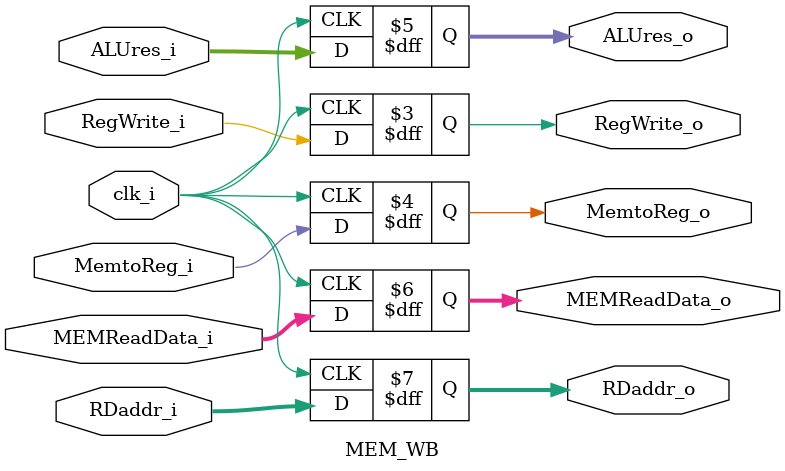
<source format=v>
module MEM_WB
(
    clk_i,
    RegWrite_i,
    MemtoReg_i,
    ALUres_i,
    MEMReadData_i,
    RDaddr_i,
    RegWrite_o,
    MemtoReg_o,
    ALUres_o,
    MEMReadData_o,
    RDaddr_o,
);

input  clk_i, RegWrite_i, MemtoReg_i;
input [31:0] ALUres_i, MEMReadData_i;
input [4:0] RDaddr_i;

output reg RegWrite_o = 0, MemtoReg_o;
output reg [31:0] ALUres_o, MEMReadData_o;
output reg [4:0] RDaddr_o;

always @ (posedge clk_i) begin
    RegWrite_o <= RegWrite_i;
    MemtoReg_o <= MemtoReg_i;
    ALUres_o <= ALUres_i;
    MEMReadData_o <= MEMReadData_i;
    RDaddr_o <= RDaddr_i;
end

endmodule
</source>
